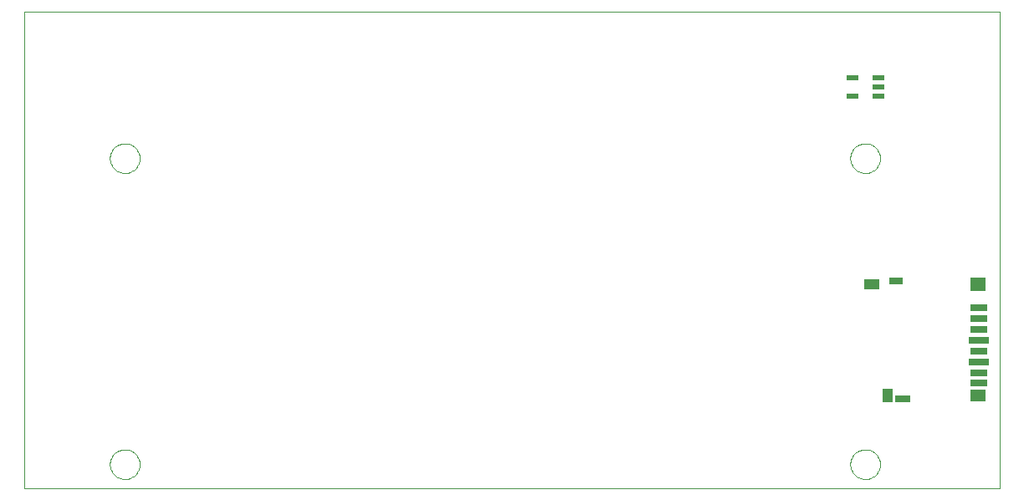
<source format=gtp>
G75*
%MOIN*%
%OFA0B0*%
%FSLAX24Y24*%
%IPPOS*%
%LPD*%
%AMOC8*
5,1,8,0,0,1.08239X$1,22.5*
%
%ADD10C,0.0000*%
%ADD11R,0.0472X0.0217*%
%ADD12R,0.0591X0.0551*%
%ADD13R,0.0591X0.0512*%
%ADD14R,0.0689X0.0276*%
%ADD15R,0.0800X0.0276*%
%ADD16R,0.0591X0.0315*%
%ADD17R,0.0394X0.0551*%
%ADD18R,0.0551X0.0315*%
%ADD19R,0.0610X0.0394*%
D10*
X000100Y000550D02*
X000100Y019546D01*
X038970Y019546D01*
X038970Y000550D01*
X000100Y000550D01*
X003509Y001500D02*
X003511Y001548D01*
X003517Y001596D01*
X003527Y001643D01*
X003540Y001689D01*
X003558Y001734D01*
X003578Y001778D01*
X003603Y001820D01*
X003631Y001859D01*
X003661Y001896D01*
X003695Y001930D01*
X003732Y001962D01*
X003770Y001991D01*
X003811Y002016D01*
X003854Y002038D01*
X003899Y002056D01*
X003945Y002070D01*
X003992Y002081D01*
X004040Y002088D01*
X004088Y002091D01*
X004136Y002090D01*
X004184Y002085D01*
X004232Y002076D01*
X004278Y002064D01*
X004323Y002047D01*
X004367Y002027D01*
X004409Y002004D01*
X004449Y001977D01*
X004487Y001947D01*
X004522Y001914D01*
X004554Y001878D01*
X004584Y001840D01*
X004610Y001799D01*
X004632Y001756D01*
X004652Y001712D01*
X004667Y001667D01*
X004679Y001620D01*
X004687Y001572D01*
X004691Y001524D01*
X004691Y001476D01*
X004687Y001428D01*
X004679Y001380D01*
X004667Y001333D01*
X004652Y001288D01*
X004632Y001244D01*
X004610Y001201D01*
X004584Y001160D01*
X004554Y001122D01*
X004522Y001086D01*
X004487Y001053D01*
X004449Y001023D01*
X004409Y000996D01*
X004367Y000973D01*
X004323Y000953D01*
X004278Y000936D01*
X004232Y000924D01*
X004184Y000915D01*
X004136Y000910D01*
X004088Y000909D01*
X004040Y000912D01*
X003992Y000919D01*
X003945Y000930D01*
X003899Y000944D01*
X003854Y000962D01*
X003811Y000984D01*
X003770Y001009D01*
X003732Y001038D01*
X003695Y001070D01*
X003661Y001104D01*
X003631Y001141D01*
X003603Y001180D01*
X003578Y001222D01*
X003558Y001266D01*
X003540Y001311D01*
X003527Y001357D01*
X003517Y001404D01*
X003511Y001452D01*
X003509Y001500D01*
X003509Y013700D02*
X003511Y013748D01*
X003517Y013796D01*
X003527Y013843D01*
X003540Y013889D01*
X003558Y013934D01*
X003578Y013978D01*
X003603Y014020D01*
X003631Y014059D01*
X003661Y014096D01*
X003695Y014130D01*
X003732Y014162D01*
X003770Y014191D01*
X003811Y014216D01*
X003854Y014238D01*
X003899Y014256D01*
X003945Y014270D01*
X003992Y014281D01*
X004040Y014288D01*
X004088Y014291D01*
X004136Y014290D01*
X004184Y014285D01*
X004232Y014276D01*
X004278Y014264D01*
X004323Y014247D01*
X004367Y014227D01*
X004409Y014204D01*
X004449Y014177D01*
X004487Y014147D01*
X004522Y014114D01*
X004554Y014078D01*
X004584Y014040D01*
X004610Y013999D01*
X004632Y013956D01*
X004652Y013912D01*
X004667Y013867D01*
X004679Y013820D01*
X004687Y013772D01*
X004691Y013724D01*
X004691Y013676D01*
X004687Y013628D01*
X004679Y013580D01*
X004667Y013533D01*
X004652Y013488D01*
X004632Y013444D01*
X004610Y013401D01*
X004584Y013360D01*
X004554Y013322D01*
X004522Y013286D01*
X004487Y013253D01*
X004449Y013223D01*
X004409Y013196D01*
X004367Y013173D01*
X004323Y013153D01*
X004278Y013136D01*
X004232Y013124D01*
X004184Y013115D01*
X004136Y013110D01*
X004088Y013109D01*
X004040Y013112D01*
X003992Y013119D01*
X003945Y013130D01*
X003899Y013144D01*
X003854Y013162D01*
X003811Y013184D01*
X003770Y013209D01*
X003732Y013238D01*
X003695Y013270D01*
X003661Y013304D01*
X003631Y013341D01*
X003603Y013380D01*
X003578Y013422D01*
X003558Y013466D01*
X003540Y013511D01*
X003527Y013557D01*
X003517Y013604D01*
X003511Y013652D01*
X003509Y013700D01*
X033009Y013700D02*
X033011Y013748D01*
X033017Y013796D01*
X033027Y013843D01*
X033040Y013889D01*
X033058Y013934D01*
X033078Y013978D01*
X033103Y014020D01*
X033131Y014059D01*
X033161Y014096D01*
X033195Y014130D01*
X033232Y014162D01*
X033270Y014191D01*
X033311Y014216D01*
X033354Y014238D01*
X033399Y014256D01*
X033445Y014270D01*
X033492Y014281D01*
X033540Y014288D01*
X033588Y014291D01*
X033636Y014290D01*
X033684Y014285D01*
X033732Y014276D01*
X033778Y014264D01*
X033823Y014247D01*
X033867Y014227D01*
X033909Y014204D01*
X033949Y014177D01*
X033987Y014147D01*
X034022Y014114D01*
X034054Y014078D01*
X034084Y014040D01*
X034110Y013999D01*
X034132Y013956D01*
X034152Y013912D01*
X034167Y013867D01*
X034179Y013820D01*
X034187Y013772D01*
X034191Y013724D01*
X034191Y013676D01*
X034187Y013628D01*
X034179Y013580D01*
X034167Y013533D01*
X034152Y013488D01*
X034132Y013444D01*
X034110Y013401D01*
X034084Y013360D01*
X034054Y013322D01*
X034022Y013286D01*
X033987Y013253D01*
X033949Y013223D01*
X033909Y013196D01*
X033867Y013173D01*
X033823Y013153D01*
X033778Y013136D01*
X033732Y013124D01*
X033684Y013115D01*
X033636Y013110D01*
X033588Y013109D01*
X033540Y013112D01*
X033492Y013119D01*
X033445Y013130D01*
X033399Y013144D01*
X033354Y013162D01*
X033311Y013184D01*
X033270Y013209D01*
X033232Y013238D01*
X033195Y013270D01*
X033161Y013304D01*
X033131Y013341D01*
X033103Y013380D01*
X033078Y013422D01*
X033058Y013466D01*
X033040Y013511D01*
X033027Y013557D01*
X033017Y013604D01*
X033011Y013652D01*
X033009Y013700D01*
X033009Y001500D02*
X033011Y001548D01*
X033017Y001596D01*
X033027Y001643D01*
X033040Y001689D01*
X033058Y001734D01*
X033078Y001778D01*
X033103Y001820D01*
X033131Y001859D01*
X033161Y001896D01*
X033195Y001930D01*
X033232Y001962D01*
X033270Y001991D01*
X033311Y002016D01*
X033354Y002038D01*
X033399Y002056D01*
X033445Y002070D01*
X033492Y002081D01*
X033540Y002088D01*
X033588Y002091D01*
X033636Y002090D01*
X033684Y002085D01*
X033732Y002076D01*
X033778Y002064D01*
X033823Y002047D01*
X033867Y002027D01*
X033909Y002004D01*
X033949Y001977D01*
X033987Y001947D01*
X034022Y001914D01*
X034054Y001878D01*
X034084Y001840D01*
X034110Y001799D01*
X034132Y001756D01*
X034152Y001712D01*
X034167Y001667D01*
X034179Y001620D01*
X034187Y001572D01*
X034191Y001524D01*
X034191Y001476D01*
X034187Y001428D01*
X034179Y001380D01*
X034167Y001333D01*
X034152Y001288D01*
X034132Y001244D01*
X034110Y001201D01*
X034084Y001160D01*
X034054Y001122D01*
X034022Y001086D01*
X033987Y001053D01*
X033949Y001023D01*
X033909Y000996D01*
X033867Y000973D01*
X033823Y000953D01*
X033778Y000936D01*
X033732Y000924D01*
X033684Y000915D01*
X033636Y000910D01*
X033588Y000909D01*
X033540Y000912D01*
X033492Y000919D01*
X033445Y000930D01*
X033399Y000944D01*
X033354Y000962D01*
X033311Y000984D01*
X033270Y001009D01*
X033232Y001038D01*
X033195Y001070D01*
X033161Y001104D01*
X033131Y001141D01*
X033103Y001180D01*
X033078Y001222D01*
X033058Y001266D01*
X033040Y001311D01*
X033027Y001357D01*
X033017Y001404D01*
X033011Y001452D01*
X033009Y001500D01*
D11*
X033088Y016176D03*
X034112Y016176D03*
X034112Y016550D03*
X034112Y016924D03*
X033088Y016924D03*
D12*
X038083Y008687D03*
D13*
X038083Y004238D03*
D14*
X038123Y004730D03*
X038123Y005143D03*
X038123Y006009D03*
X038123Y006876D03*
X038123Y007309D03*
X038123Y007742D03*
D15*
X038123Y006443D03*
X038123Y005576D03*
D16*
X035091Y004120D03*
D17*
X034501Y004238D03*
D18*
X034835Y008805D03*
D19*
X033871Y008667D03*
M02*

</source>
